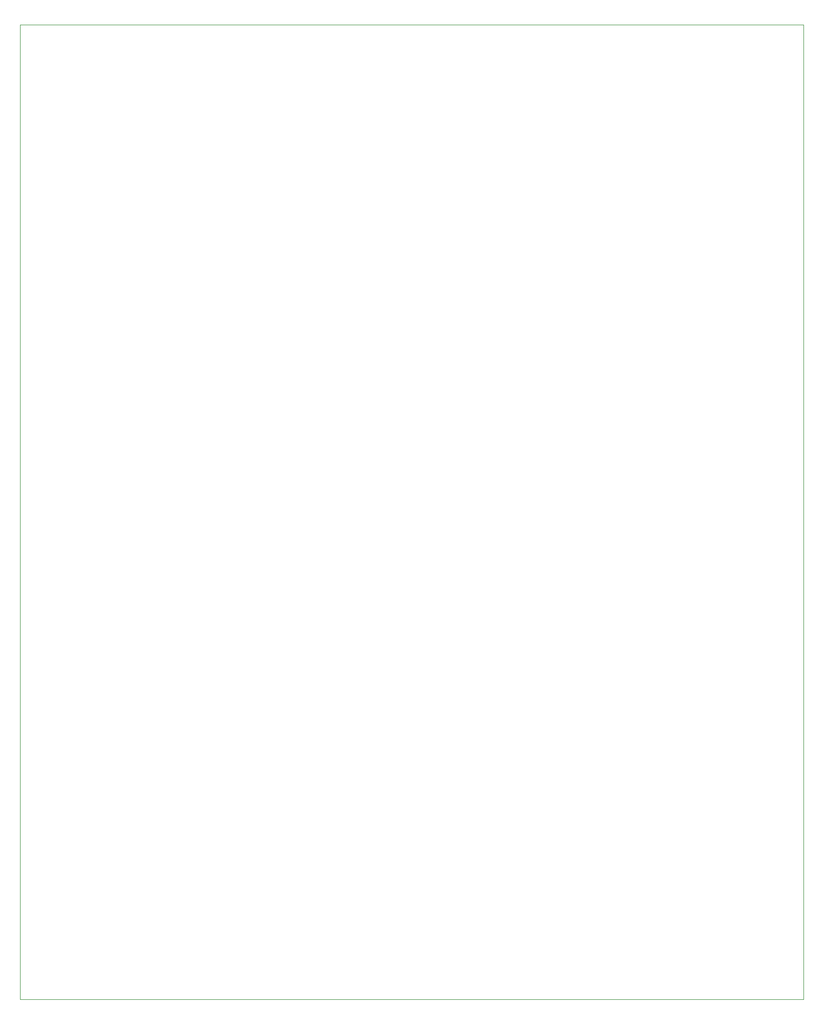
<source format=gbr>
%TF.GenerationSoftware,KiCad,Pcbnew,5.1.9-73d0e3b20d~88~ubuntu20.04.1*%
%TF.CreationDate,2021-02-18T19:50:56+01:00*%
%TF.ProjectId,NodeStandard,4e6f6465-5374-4616-9e64-6172642e6b69,V0.9*%
%TF.SameCoordinates,Original*%
%TF.FileFunction,Profile,NP*%
%FSLAX46Y46*%
G04 Gerber Fmt 4.6, Leading zero omitted, Abs format (unit mm)*
G04 Created by KiCad (PCBNEW 5.1.9-73d0e3b20d~88~ubuntu20.04.1) date 2021-02-18 19:50:56*
%MOMM*%
%LPD*%
G01*
G04 APERTURE LIST*
%TA.AperFunction,Profile*%
%ADD10C,0.100000*%
%TD*%
G04 APERTURE END LIST*
D10*
X30226000Y-21082000D02*
X30226000Y-181483000D01*
X159258000Y-21082000D02*
X30226000Y-21082000D01*
X159258000Y-181483000D02*
X159258000Y-21082000D01*
X30226000Y-181483000D02*
X159258000Y-181483000D01*
M02*

</source>
